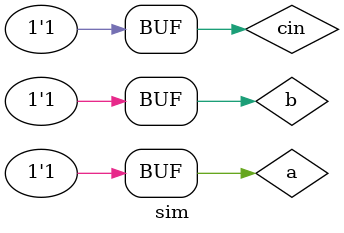
<source format=v>
`timescale 1ns / 1ps

module sim(
    );
    reg a,b,cin;
    wire sum,cout;

    full_adder U1(
        a, b, c, sum, cout
    );

    initial begin
        a = 0;
        b = 0;
        cin = 0;
        #10 a = 1;
        #10 b = 1;
        #10 cin = 1;
    end
endmodule
</source>
